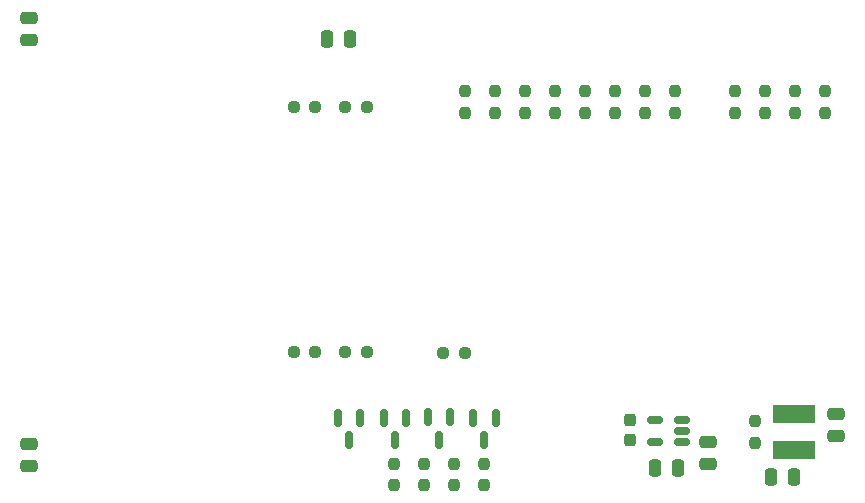
<source format=gbr>
%TF.GenerationSoftware,KiCad,Pcbnew,8.0.6-1.fc40*%
%TF.CreationDate,2024-12-19T20:54:17-05:00*%
%TF.ProjectId,Controller_T41,436f6e74-726f-46c6-9c65-725f5434312e,rev?*%
%TF.SameCoordinates,Original*%
%TF.FileFunction,Paste,Top*%
%TF.FilePolarity,Positive*%
%FSLAX46Y46*%
G04 Gerber Fmt 4.6, Leading zero omitted, Abs format (unit mm)*
G04 Created by KiCad (PCBNEW 8.0.6-1.fc40) date 2024-12-19 20:54:17*
%MOMM*%
%LPD*%
G01*
G04 APERTURE LIST*
G04 Aperture macros list*
%AMRoundRect*
0 Rectangle with rounded corners*
0 $1 Rounding radius*
0 $2 $3 $4 $5 $6 $7 $8 $9 X,Y pos of 4 corners*
0 Add a 4 corners polygon primitive as box body*
4,1,4,$2,$3,$4,$5,$6,$7,$8,$9,$2,$3,0*
0 Add four circle primitives for the rounded corners*
1,1,$1+$1,$2,$3*
1,1,$1+$1,$4,$5*
1,1,$1+$1,$6,$7*
1,1,$1+$1,$8,$9*
0 Add four rect primitives between the rounded corners*
20,1,$1+$1,$2,$3,$4,$5,0*
20,1,$1+$1,$4,$5,$6,$7,0*
20,1,$1+$1,$6,$7,$8,$9,0*
20,1,$1+$1,$8,$9,$2,$3,0*%
G04 Aperture macros list end*
%ADD10RoundRect,0.237500X-0.237500X0.250000X-0.237500X-0.250000X0.237500X-0.250000X0.237500X0.250000X0*%
%ADD11RoundRect,0.250000X-0.475000X0.250000X-0.475000X-0.250000X0.475000X-0.250000X0.475000X0.250000X0*%
%ADD12RoundRect,0.237500X-0.250000X-0.237500X0.250000X-0.237500X0.250000X0.237500X-0.250000X0.237500X0*%
%ADD13RoundRect,0.237500X-0.237500X0.300000X-0.237500X-0.300000X0.237500X-0.300000X0.237500X0.300000X0*%
%ADD14RoundRect,0.237500X0.250000X0.237500X-0.250000X0.237500X-0.250000X-0.237500X0.250000X-0.237500X0*%
%ADD15RoundRect,0.237500X0.237500X-0.250000X0.237500X0.250000X-0.237500X0.250000X-0.237500X-0.250000X0*%
%ADD16R,3.600000X1.500000*%
%ADD17RoundRect,0.150000X-0.150000X0.587500X-0.150000X-0.587500X0.150000X-0.587500X0.150000X0.587500X0*%
%ADD18RoundRect,0.250000X-0.250000X-0.475000X0.250000X-0.475000X0.250000X0.475000X-0.250000X0.475000X0*%
%ADD19RoundRect,0.250000X0.250000X0.475000X-0.250000X0.475000X-0.250000X-0.475000X0.250000X-0.475000X0*%
%ADD20RoundRect,0.150000X0.512500X0.150000X-0.512500X0.150000X-0.512500X-0.150000X0.512500X-0.150000X0*%
G04 APERTURE END LIST*
D10*
%TO.C,R4*%
X171590000Y-87937500D03*
X171590000Y-89762500D03*
%TD*%
%TO.C,R8*%
X158890000Y-87937500D03*
X158890000Y-89762500D03*
%TD*%
D11*
%TO.C,C1*%
X109280000Y-117770000D03*
X109280000Y-119670000D03*
%TD*%
D12*
%TO.C,R16*%
X131677500Y-89300000D03*
X133502500Y-89300000D03*
%TD*%
D10*
%TO.C,R5*%
X169050000Y-87937500D03*
X169050000Y-89762500D03*
%TD*%
D13*
%TO.C,C8*%
X160160000Y-115747500D03*
X160160000Y-117472500D03*
%TD*%
D11*
%TO.C,C3*%
X109280000Y-81710000D03*
X109280000Y-83610000D03*
%TD*%
D10*
%TO.C,R6*%
X163970000Y-87937500D03*
X163970000Y-89762500D03*
%TD*%
D14*
%TO.C,R17*%
X137852500Y-110040000D03*
X136027500Y-110040000D03*
%TD*%
D15*
%TO.C,R19*%
X147800000Y-121300000D03*
X147800000Y-119475000D03*
%TD*%
D10*
%TO.C,R7*%
X161430000Y-87937500D03*
X161430000Y-89762500D03*
%TD*%
D16*
%TO.C,L1*%
X174000000Y-115250000D03*
X174000000Y-118300000D03*
%TD*%
D17*
%TO.C,D2*%
X144912500Y-115552500D03*
X143012500Y-115552500D03*
X143962500Y-117427500D03*
%TD*%
D10*
%TO.C,R10*%
X153810000Y-87937500D03*
X153810000Y-89762500D03*
%TD*%
D14*
%TO.C,R15*%
X137855200Y-89300000D03*
X136030200Y-89300000D03*
%TD*%
D17*
%TO.C,D4*%
X137292500Y-115608200D03*
X135392500Y-115608200D03*
X136342500Y-117483200D03*
%TD*%
D10*
%TO.C,R12*%
X148730000Y-87937500D03*
X148730000Y-89762500D03*
%TD*%
D15*
%TO.C,R20*%
X145260000Y-121300000D03*
X145260000Y-119475000D03*
%TD*%
D10*
%TO.C,R2*%
X176670000Y-87937500D03*
X176670000Y-89762500D03*
%TD*%
%TO.C,R9*%
X156350000Y-87937500D03*
X156350000Y-89762500D03*
%TD*%
D12*
%TO.C,R18*%
X131667500Y-110040000D03*
X133492500Y-110040000D03*
%TD*%
D15*
%TO.C,R22*%
X140180000Y-121300000D03*
X140180000Y-119475000D03*
%TD*%
D10*
%TO.C,R1*%
X170700000Y-115862500D03*
X170700000Y-117687500D03*
%TD*%
%TO.C,R13*%
X146190000Y-87937500D03*
X146190000Y-89762500D03*
%TD*%
%TO.C,R11*%
X151270000Y-87937500D03*
X151270000Y-89762500D03*
%TD*%
%TO.C,R3*%
X174130000Y-87937500D03*
X174130000Y-89762500D03*
%TD*%
D11*
%TO.C,C7*%
X177610000Y-115235000D03*
X177610000Y-117135000D03*
%TD*%
D12*
%TO.C,R14*%
X144347500Y-110100000D03*
X146172500Y-110100000D03*
%TD*%
D17*
%TO.C,D1*%
X148770000Y-115610000D03*
X146870000Y-115610000D03*
X147820000Y-117485000D03*
%TD*%
D15*
%TO.C,R21*%
X142720000Y-121300000D03*
X142720000Y-119475000D03*
%TD*%
D18*
%TO.C,C2*%
X162302500Y-119850000D03*
X164202500Y-119850000D03*
%TD*%
D19*
%TO.C,C6*%
X174000000Y-120615000D03*
X172100000Y-120615000D03*
%TD*%
D17*
%TO.C,D3*%
X141190000Y-115610000D03*
X139290000Y-115610000D03*
X140240000Y-117485000D03*
%TD*%
D18*
%TO.C,C4*%
X134520000Y-83480000D03*
X136420000Y-83480000D03*
%TD*%
D20*
%TO.C,U3*%
X164577500Y-117640000D03*
X164577500Y-116690000D03*
X164577500Y-115740000D03*
X162302500Y-115740000D03*
X162302500Y-117640000D03*
%TD*%
D11*
%TO.C,C5*%
X166780000Y-117640000D03*
X166780000Y-119540000D03*
%TD*%
M02*

</source>
